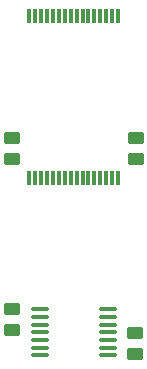
<source format=gbp>
G04 #@! TF.GenerationSoftware,KiCad,Pcbnew,9.0.1*
G04 #@! TF.CreationDate,2025-04-29T10:04:21+02:00*
G04 #@! TF.ProjectId,ProtoHu_revA_layer1,50726f74-6f48-4755-9f72-6576415f6c61,rev?*
G04 #@! TF.SameCoordinates,Original*
G04 #@! TF.FileFunction,Paste,Bot*
G04 #@! TF.FilePolarity,Positive*
%FSLAX46Y46*%
G04 Gerber Fmt 4.6, Leading zero omitted, Abs format (unit mm)*
G04 Created by KiCad (PCBNEW 9.0.1) date 2025-04-29 10:04:21*
%MOMM*%
%LPD*%
G01*
G04 APERTURE LIST*
G04 Aperture macros list*
%AMRoundRect*
0 Rectangle with rounded corners*
0 $1 Rounding radius*
0 $2 $3 $4 $5 $6 $7 $8 $9 X,Y pos of 4 corners*
0 Add a 4 corners polygon primitive as box body*
4,1,4,$2,$3,$4,$5,$6,$7,$8,$9,$2,$3,0*
0 Add four circle primitives for the rounded corners*
1,1,$1+$1,$2,$3*
1,1,$1+$1,$4,$5*
1,1,$1+$1,$6,$7*
1,1,$1+$1,$8,$9*
0 Add four rect primitives between the rounded corners*
20,1,$1+$1,$2,$3,$4,$5,0*
20,1,$1+$1,$4,$5,$6,$7,0*
20,1,$1+$1,$6,$7,$8,$9,0*
20,1,$1+$1,$8,$9,$2,$3,0*%
G04 Aperture macros list end*
%ADD10RoundRect,0.250000X0.450000X-0.262500X0.450000X0.262500X-0.450000X0.262500X-0.450000X-0.262500X0*%
%ADD11RoundRect,0.250000X-0.450000X0.262500X-0.450000X-0.262500X0.450000X-0.262500X0.450000X0.262500X0*%
%ADD12R,0.300000X1.300000*%
%ADD13RoundRect,0.100000X-0.637500X-0.100000X0.637500X-0.100000X0.637500X0.100000X-0.637500X0.100000X0*%
G04 APERTURE END LIST*
D10*
X143256000Y-137310500D03*
X143256000Y-135485500D03*
X153670000Y-139342500D03*
X153670000Y-137517500D03*
D11*
X143250000Y-121007500D03*
X143250000Y-122832500D03*
D12*
X152245000Y-124450000D03*
X151745000Y-124450000D03*
X151245000Y-124450000D03*
X150745000Y-124450000D03*
X150245000Y-124450000D03*
X149745000Y-124450000D03*
X149245000Y-124450000D03*
X148745000Y-124450000D03*
X148245000Y-124450000D03*
X147745000Y-124450000D03*
X147245000Y-124450000D03*
X146745000Y-124450000D03*
X146245000Y-124450000D03*
X145745000Y-124450000D03*
X145245000Y-124450000D03*
X144745000Y-124450000D03*
X144745000Y-110750000D03*
X145245000Y-110750000D03*
X145745000Y-110750000D03*
X146245000Y-110750000D03*
X146745000Y-110750000D03*
X147245000Y-110750000D03*
X147745000Y-110750000D03*
X148245000Y-110750000D03*
X148745000Y-110750000D03*
X149245000Y-110750000D03*
X149745000Y-110750000D03*
X150245000Y-110750000D03*
X150745000Y-110750000D03*
X151245000Y-110750000D03*
X151745000Y-110750000D03*
X152245000Y-110750000D03*
D11*
X153732400Y-121007500D03*
X153732400Y-122832500D03*
D13*
X145637500Y-139450000D03*
X145637500Y-138800000D03*
X145637500Y-138150000D03*
X145637500Y-137500000D03*
X145637500Y-136850000D03*
X145637500Y-136200000D03*
X145637500Y-135550000D03*
X151362500Y-135550000D03*
X151362500Y-136200000D03*
X151362500Y-136850000D03*
X151362500Y-137500000D03*
X151362500Y-138150000D03*
X151362500Y-138800000D03*
X151362500Y-139450000D03*
M02*

</source>
